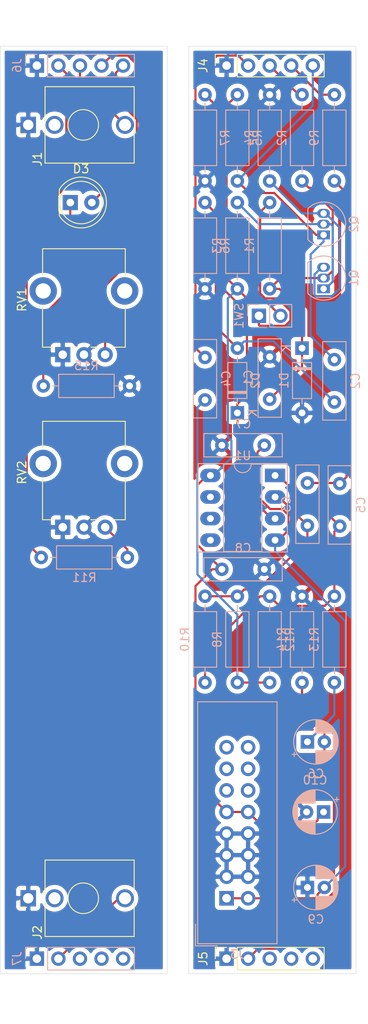
<source format=kicad_pcb>
(kicad_pcb (version 20171130) (host pcbnew "(5.1.2)-2")
  (layers (0 F.Cu signal) (31 B.Cu signal) (34 B.Paste user) (35 F.Paste user) (36 B.SilkS user) (37 F.SilkS user) (38 B.Mask user) (39 F.Mask user) (44 Edge.Cuts user))
  (net 0 "")
  (net 1 "Net-(C1-Pad2)")
  (net 2 GND)
  (net 3 "Net-(C2-Pad1)")
  (net 4 "Net-(C3-Pad2)")
  (net 5 "Net-(C3-Pad1)")
  (net 6 "Net-(C4-Pad1)")
  (net 7 "Net-(C5-Pad1)")
  (net 8 "Net-(C6-Pad1)")
  (net 9 -12V)
  (net 10 +12V)
  (net 11 "Net-(D2-Pad1)")
  (net 12 "Net-(J3-Pad16)")
  (net 13 "Net-(J3-Pad15)")
  (net 14 "Net-(J3-Pad14)")
  (net 15 "Net-(J3-Pad13)")
  (net 16 "Net-(J3-Pad12)")
  (net 17 "Net-(J3-Pad11)")
  (net 18 "Net-(Q1-Pad1)")
  (net 19 "Net-(Q1-Pad3)")
  (net 20 "Net-(R1-Pad1)")
  (net 21 "Net-(R11-Pad2)")
  (net 22 "Net-(U1-Pad7)")
  (net 23 "Net-(U1-Pad6)")
  (net 24 "Net-(U1-Pad5)")
  (net 25 "Net-(J5-Pad5)")
  (net 26 "Net-(J5-Pad4)")
  (net 27 "Net-(J5-Pad3)")
  (net 28 "Net-(J7-Pad5)")
  (net 29 "Net-(J7-Pad4)")
  (net 30 "Net-(J7-Pad3)")
  (net 31 /GND_PCB_B)
  (net 32 /OUT_PCB_A)
  (net 33 /IN_PCB_B)
  (net 34 /OUT_PCB_B)
  (net 35 /IN_PCB_A)
  (net 36 /DECAY_PCB_A)
  (net 37 /DECAY_PCB_B)
  (net 38 /FREQ_PCB_A)
  (net 39 /FREQ_PCB_B)
  (net 40 "Net-(D3-Pad1)")
  (net 41 /LED_PCB_A)
  (net 42 /LED_PCB_B)
  (module Resistor_THT:R_Axial_DIN0207_L6.3mm_D2.5mm_P10.16mm_Horizontal (layer B.Cu) (at 59.69 59.055 180)
    (fp_text reference R15 (at 5.08 2.37) (layer B.SilkS) (effects (justify mirror)))
    (fp_text value 1k)
    (pad 2 thru_hole oval (at 10.16 0 180) (size 1.6 1.6) (drill 0.8) (layers *.Cu *.Mask) (net 40 "Net-(D3-Pad1)"))
    (pad 1 thru_hole circle (at 0 0 180) (size 1.6 1.6) (drill 0.8) (layers *.Cu *.Mask) (net 31 /GND_PCB_B))
  )
  (module LED_THT:LED_D5.0mm (layer F.Cu) (at 52.705 37.465)
    (fp_text reference D3 (at 1.27 -3.96) (layer F.SilkS))
    (fp_text value LED)
    (pad 2 thru_hole circle (at 2.54 0) (size 1.8 1.8) (drill 0.9) (layers *.Cu *.Mask) (net 42 /LED_PCB_B))
    (pad 1 thru_hole rect (at 0 0) (size 1.8 1.8) (drill 0.9) (layers *.Cu *.Mask) (net 40 "Net-(D3-Pad1)"))
  )
  (module Capacitor_THT:C_Disc_D9.0mm_W2.5mm_P5.00mm (layer B.Cu) (at 76.2 55.626 270)
    (fp_text reference C1 (at 2.5 2.5 90) (layer B.SilkS) (effects (justify mirror)))
    (fp_text value "100nf to 1uf")
    (pad 2 thru_hole circle (at 5 0 270) (size 1.6 1.6) (drill 0.8) (layers *.Cu *.Mask) (net 1 "Net-(C1-Pad2)"))
    (pad 1 thru_hole circle (at 0 0 270) (size 1.6 1.6) (drill 0.8) (layers *.Cu *.Mask) (net 2 GND))
  )
  (module Connector_PinHeader_2.54mm:PinHeader_1x05_P2.54mm_Vertical (layer B.Cu) (at 48.768 126.492 270)
    (fp_text reference J7 (at 0 2.33 90) (layer B.SilkS) (effects (justify mirror)))
    (fp_text value Conn_01x05_Male)
    (pad 5 thru_hole oval (at 0 -10.16 270) (size 1.7 1.7) (drill 1) (layers *.Cu *.Mask) (net 28 "Net-(J7-Pad5)"))
    (pad 4 thru_hole oval (at 0 -7.62 270) (size 1.7 1.7) (drill 1) (layers *.Cu *.Mask) (net 29 "Net-(J7-Pad4)"))
    (pad 3 thru_hole oval (at 0 -5.08 270) (size 1.7 1.7) (drill 1) (layers *.Cu *.Mask) (net 30 "Net-(J7-Pad3)"))
    (pad 2 thru_hole oval (at 0 -2.54 270) (size 1.7 1.7) (drill 1) (layers *.Cu *.Mask) (net 34 /OUT_PCB_B))
    (pad 1 thru_hole rect (at 0 0 270) (size 1.7 1.7) (drill 1) (layers *.Cu *.Mask) (net 31 /GND_PCB_B))
  )
  (module Connector_PinHeader_2.54mm:PinHeader_1x05_P2.54mm_Vertical (layer B.Cu) (at 48.768 21.336 270)
    (fp_text reference J6 (at 0 2.33 270) (layer B.SilkS) (effects (justify mirror)))
    (fp_text value Conn_01x05_Male)
    (pad 5 thru_hole oval (at 0 -10.16 270) (size 1.7 1.7) (drill 1) (layers *.Cu *.Mask) (net 42 /LED_PCB_B))
    (pad 4 thru_hole oval (at 0 -7.62 270) (size 1.7 1.7) (drill 1) (layers *.Cu *.Mask) (net 39 /FREQ_PCB_B))
    (pad 3 thru_hole oval (at 0 -5.08 270) (size 1.7 1.7) (drill 1) (layers *.Cu *.Mask) (net 33 /IN_PCB_B))
    (pad 2 thru_hole oval (at 0 -2.54 270) (size 1.7 1.7) (drill 1) (layers *.Cu *.Mask) (net 37 /DECAY_PCB_B))
    (pad 1 thru_hole rect (at 0 0 270) (size 1.7 1.7) (drill 1) (layers *.Cu *.Mask) (net 31 /GND_PCB_B))
  )
  (module Connector_PinSocket_2.54mm:PinSocket_1x05_P2.54mm_Vertical (layer F.Cu) (at 71.12 126.492 90)
    (fp_text reference J5 (at 0 -2.77 90) (layer F.SilkS))
    (fp_text value Conn_01x05_Female)
    (pad 5 thru_hole oval (at 0 10.16 90) (size 1.7 1.7) (drill 1) (layers *.Cu *.Mask) (net 25 "Net-(J5-Pad5)"))
    (pad 4 thru_hole oval (at 0 7.62 90) (size 1.7 1.7) (drill 1) (layers *.Cu *.Mask) (net 26 "Net-(J5-Pad4)"))
    (pad 3 thru_hole oval (at 0 5.08 90) (size 1.7 1.7) (drill 1) (layers *.Cu *.Mask) (net 27 "Net-(J5-Pad3)"))
    (pad 2 thru_hole oval (at 0 2.54 90) (size 1.7 1.7) (drill 1) (layers *.Cu *.Mask) (net 32 /OUT_PCB_A))
    (pad 1 thru_hole rect (at 0 0 90) (size 1.7 1.7) (drill 1) (layers *.Cu *.Mask) (net 2 GND))
  )
  (module Connector_PinSocket_2.54mm:PinSocket_1x05_P2.54mm_Vertical (layer F.Cu) (at 71.12 21.336 90)
    (fp_text reference J4 (at 0 -2.77 -90) (layer F.SilkS))
    (fp_text value Conn_01x05_Female)
    (pad 5 thru_hole oval (at 0 10.16 90) (size 1.7 1.7) (drill 1) (layers *.Cu *.Mask) (net 41 /LED_PCB_A))
    (pad 4 thru_hole oval (at 0 7.62 90) (size 1.7 1.7) (drill 1) (layers *.Cu *.Mask) (net 38 /FREQ_PCB_A))
    (pad 3 thru_hole oval (at 0 5.08 90) (size 1.7 1.7) (drill 1) (layers *.Cu *.Mask) (net 35 /IN_PCB_A))
    (pad 2 thru_hole oval (at 0 2.54 90) (size 1.7 1.7) (drill 1) (layers *.Cu *.Mask) (net 36 /DECAY_PCB_A))
    (pad 1 thru_hole rect (at 0 0 90) (size 1.7 1.7) (drill 1) (layers *.Cu *.Mask) (net 2 GND))
  )
  (module Package_DIP:DIP-8_W7.62mm_Socket_LongPads (layer B.Cu) (at 76.835 69.596 180)
    (fp_text reference U1 (at 3.81 2.33) (layer B.SilkS) (effects (justify mirror)))
    (fp_text value LM358)
    (pad 8 thru_hole oval (at 7.62 0 180) (size 2.4 1.6) (drill 0.8) (layers *.Cu *.Mask) (net 10 +12V))
    (pad 4 thru_hole oval (at 0 -7.62 180) (size 2.4 1.6) (drill 0.8) (layers *.Cu *.Mask) (net 9 -12V))
    (pad 7 thru_hole oval (at 7.62 -2.54 180) (size 2.4 1.6) (drill 0.8) (layers *.Cu *.Mask) (net 22 "Net-(U1-Pad7)"))
    (pad 3 thru_hole oval (at 0 -5.08 180) (size 2.4 1.6) (drill 0.8) (layers *.Cu *.Mask) (net 11 "Net-(D2-Pad1)"))
    (pad 6 thru_hole oval (at 7.62 -5.08 180) (size 2.4 1.6) (drill 0.8) (layers *.Cu *.Mask) (net 23 "Net-(U1-Pad6)"))
    (pad 2 thru_hole oval (at 0 -2.54 180) (size 2.4 1.6) (drill 0.8) (layers *.Cu *.Mask) (net 4 "Net-(C3-Pad2)"))
    (pad 5 thru_hole oval (at 7.62 -7.62 180) (size 2.4 1.6) (drill 0.8) (layers *.Cu *.Mask) (net 24 "Net-(U1-Pad5)"))
    (pad 1 thru_hole rect (at 0 0 180) (size 2.4 1.6) (drill 0.8) (layers *.Cu *.Mask) (net 7 "Net-(C5-Pad1)"))
  )
  (module Connector_PinHeader_2.54mm:PinHeader_1x02_P2.54mm_Vertical (layer B.Cu) (at 74.93 50.8 270)
    (fp_text reference SW1 (at 0 2.33 90) (layer B.SilkS) (effects (justify mirror)))
    (fp_text value SW_Push)
    (pad 2 thru_hole oval (at 0 -2.54 270) (size 1.7 1.7) (drill 1) (layers *.Cu *.Mask) (net 10 +12V))
    (pad 1 thru_hole rect (at 0 0 270) (size 1.7 1.7) (drill 1) (layers *.Cu *.Mask) (net 20 "Net-(R1-Pad1)"))
  )
  (module Potentiometer_THT:Potentiometer_Alpha_RD901F-40-00D_Single_Vertical_CircularHoles (layer F.Cu) (at 51.816 75.692 90)
    (fp_text reference RV2 (at 6.45 -4.8 270) (layer F.SilkS))
    (fp_text value "100k (Decay)")
    (pad "" thru_hole circle (at 7.5 -2.3 180) (size 3.24 3.24) (drill 1.8) (layers *.Cu *.Mask))
    (pad "" thru_hole circle (at 7.5 7.3 180) (size 3.24 3.24) (drill 1.8) (layers *.Cu *.Mask))
    (pad 3 thru_hole circle (at 0 5 180) (size 1.8 1.8) (drill 1) (layers *.Cu *.Mask) (net 21 "Net-(R11-Pad2)"))
    (pad 2 thru_hole circle (at 0 2.5 180) (size 1.8 1.8) (drill 1) (layers *.Cu *.Mask) (net 31 /GND_PCB_B))
    (pad 1 thru_hole rect (at 0 0 180) (size 1.8 1.8) (drill 1) (layers *.Cu *.Mask) (net 31 /GND_PCB_B))
  )
  (module Potentiometer_THT:Potentiometer_Alpha_RD901F-40-00D_Single_Vertical_CircularHoles (layer F.Cu) (at 51.816 55.372 90)
    (fp_text reference RV1 (at 6.45 -4.8 270) (layer F.SilkS))
    (fp_text value "10k (Freq)")
    (pad "" thru_hole circle (at 7.5 -2.3 180) (size 3.24 3.24) (drill 1.8) (layers *.Cu *.Mask))
    (pad "" thru_hole circle (at 7.5 7.3 180) (size 3.24 3.24) (drill 1.8) (layers *.Cu *.Mask))
    (pad 3 thru_hole circle (at 0 5 180) (size 1.8 1.8) (drill 1) (layers *.Cu *.Mask) (net 39 /FREQ_PCB_B))
    (pad 2 thru_hole circle (at 0 2.5 180) (size 1.8 1.8) (drill 1) (layers *.Cu *.Mask) (net 31 /GND_PCB_B))
    (pad 1 thru_hole rect (at 0 0 180) (size 1.8 1.8) (drill 1) (layers *.Cu *.Mask) (net 31 /GND_PCB_B))
  )
  (module Resistor_THT:R_Axial_DIN0207_L6.3mm_D2.5mm_P10.16mm_Horizontal (layer B.Cu) (at 80.01 83.82 270)
    (fp_text reference R14 (at 5.08 2.37 90) (layer B.SilkS) (effects (justify mirror)))
    (fp_text value "original 220 (4k7 or 10k)")
    (pad 2 thru_hole oval (at 10.16 0 270) (size 1.6 1.6) (drill 0.8) (layers *.Cu *.Mask) (net 32 /OUT_PCB_A))
    (pad 1 thru_hole circle (at 0 0 270) (size 1.6 1.6) (drill 0.8) (layers *.Cu *.Mask) (net 2 GND))
  )
  (module Resistor_THT:R_Axial_DIN0207_L6.3mm_D2.5mm_P10.16mm_Horizontal (layer B.Cu) (at 83.82 83.82 270)
    (fp_text reference R13 (at 5.08 2.37 90) (layer B.SilkS) (effects (justify mirror)))
    (fp_text value 4k7)
    (pad 2 thru_hole oval (at 10.16 0 270) (size 1.6 1.6) (drill 0.8) (layers *.Cu *.Mask) (net 8 "Net-(C6-Pad1)"))
    (pad 1 thru_hole circle (at 0 0 270) (size 1.6 1.6) (drill 0.8) (layers *.Cu *.Mask) (net 7 "Net-(C5-Pad1)"))
  )
  (module Resistor_THT:R_Axial_DIN0207_L6.3mm_D2.5mm_P10.16mm_Horizontal (layer B.Cu) (at 76.2 93.98 90)
    (fp_text reference R12 (at 5.08 2.37 90) (layer B.SilkS) (effects (justify mirror)))
    (fp_text value 470k)
    (pad 2 thru_hole oval (at 10.16 0 90) (size 1.6 1.6) (drill 0.8) (layers *.Cu *.Mask) (net 7 "Net-(C5-Pad1)"))
    (pad 1 thru_hole circle (at 0 0 90) (size 1.6 1.6) (drill 0.8) (layers *.Cu *.Mask) (net 6 "Net-(C4-Pad1)"))
  )
  (module Resistor_THT:R_Axial_DIN0207_L6.3mm_D2.5mm_P10.16mm_Horizontal (layer B.Cu) (at 49.276 79.248)
    (fp_text reference R11 (at 5.08 2.37) (layer B.SilkS) (effects (justify mirror)))
    (fp_text value 47k)
    (pad 2 thru_hole oval (at 10.16 0) (size 1.6 1.6) (drill 0.8) (layers *.Cu *.Mask) (net 21 "Net-(R11-Pad2)"))
    (pad 1 thru_hole circle (at 0 0) (size 1.6 1.6) (drill 0.8) (layers *.Cu *.Mask) (net 37 /DECAY_PCB_B))
  )
  (module Resistor_THT:R_Axial_DIN0207_L6.3mm_D2.5mm_P10.16mm_Horizontal (layer B.Cu) (at 68.58 83.82 270)
    (fp_text reference R10 (at 5.08 2.37 90) (layer B.SilkS) (effects (justify mirror)))
    (fp_text value 1m)
    (pad 2 thru_hole oval (at 10.16 0 270) (size 1.6 1.6) (drill 0.8) (layers *.Cu *.Mask) (net 7 "Net-(C5-Pad1)"))
    (pad 1 thru_hole circle (at 0 0 270) (size 1.6 1.6) (drill 0.8) (layers *.Cu *.Mask) (net 4 "Net-(C3-Pad2)"))
  )
  (module Resistor_THT:R_Axial_DIN0207_L6.3mm_D2.5mm_P10.16mm_Horizontal (layer B.Cu) (at 83.82 24.765 270)
    (fp_text reference R9 (at 5.08 2.37 90) (layer B.SilkS) (effects (justify mirror)))
    (fp_text value 220)
    (pad 2 thru_hole oval (at 10.16 0 270) (size 1.6 1.6) (drill 0.8) (layers *.Cu *.Mask) (net 5 "Net-(C3-Pad1)"))
    (pad 1 thru_hole circle (at 0 0 270) (size 1.6 1.6) (drill 0.8) (layers *.Cu *.Mask) (net 38 /FREQ_PCB_A))
  )
  (module Resistor_THT:R_Axial_DIN0207_L6.3mm_D2.5mm_P10.16mm_Horizontal (layer B.Cu) (at 72.39 83.82 270)
    (fp_text reference R8 (at 5.08 2.37 90) (layer B.SilkS) (effects (justify mirror)))
    (fp_text value 470k)
    (pad 2 thru_hole oval (at 10.16 0 270) (size 1.6 1.6) (drill 0.8) (layers *.Cu *.Mask) (net 6 "Net-(C4-Pad1)"))
    (pad 1 thru_hole circle (at 0 0 270) (size 1.6 1.6) (drill 0.8) (layers *.Cu *.Mask) (net 4 "Net-(C3-Pad2)"))
  )
  (module Resistor_THT:R_Axial_DIN0207_L6.3mm_D2.5mm_P10.16mm_Horizontal (layer B.Cu) (at 68.58 34.925 90)
    (fp_text reference R7 (at 5.08 2.37 90) (layer B.SilkS) (effects (justify mirror)))
    (fp_text value 10k)
    (pad 2 thru_hole oval (at 10.16 0 90) (size 1.6 1.6) (drill 0.8) (layers *.Cu *.Mask) (net 11 "Net-(D2-Pad1)"))
    (pad 1 thru_hole circle (at 0 0 90) (size 1.6 1.6) (drill 0.8) (layers *.Cu *.Mask) (net 2 GND))
  )
  (module Resistor_THT:R_Axial_DIN0207_L6.3mm_D2.5mm_P10.16mm_Horizontal (layer B.Cu) (at 68.58 47.625 90)
    (fp_text reference R6 (at 5.08 2.37 90) (layer B.SilkS) (effects (justify mirror)))
    (fp_text value 10k)
    (pad 2 thru_hole oval (at 10.16 0 90) (size 1.6 1.6) (drill 0.8) (layers *.Cu *.Mask) (net 3 "Net-(C2-Pad1)"))
    (pad 1 thru_hole circle (at 0 0 90) (size 1.6 1.6) (drill 0.8) (layers *.Cu *.Mask) (net 2 GND))
  )
  (module Resistor_THT:R_Axial_DIN0207_L6.3mm_D2.5mm_P10.16mm_Horizontal (layer B.Cu) (at 72.39 34.925 90)
    (fp_text reference R5 (at 5.08 2.37 90) (layer B.SilkS) (effects (justify mirror)))
    (fp_text value 4k7)
    (pad 2 thru_hole oval (at 10.16 0 90) (size 1.6 1.6) (drill 0.8) (layers *.Cu *.Mask) (net 10 +12V))
    (pad 1 thru_hole circle (at 0 0 90) (size 1.6 1.6) (drill 0.8) (layers *.Cu *.Mask) (net 41 /LED_PCB_A))
  )
  (module Resistor_THT:R_Axial_DIN0207_L6.3mm_D2.5mm_P10.16mm_Horizontal (layer B.Cu) (at 76.2 24.765 270)
    (fp_text reference R4 (at 5.08 2.37 90) (layer B.SilkS) (effects (justify mirror)))
    (fp_text value 220)
    (pad 2 thru_hole oval (at 10.16 0 270) (size 1.6 1.6) (drill 0.8) (layers *.Cu *.Mask) (net 19 "Net-(Q1-Pad3)"))
    (pad 1 thru_hole circle (at 0 0 270) (size 1.6 1.6) (drill 0.8) (layers *.Cu *.Mask) (net 2 GND))
  )
  (module Resistor_THT:R_Axial_DIN0207_L6.3mm_D2.5mm_P10.16mm_Horizontal (layer B.Cu) (at 72.39 37.465 270)
    (fp_text reference R3 (at 5.08 2.37 90) (layer B.SilkS) (effects (justify mirror)))
    (fp_text value 47k)
    (pad 2 thru_hole oval (at 10.16 0 270) (size 1.6 1.6) (drill 0.8) (layers *.Cu *.Mask) (net 10 +12V))
    (pad 1 thru_hole circle (at 0 0 270) (size 1.6 1.6) (drill 0.8) (layers *.Cu *.Mask) (net 18 "Net-(Q1-Pad1)"))
  )
  (module Resistor_THT:R_Axial_DIN0207_L6.3mm_D2.5mm_P10.16mm_Horizontal (layer B.Cu) (at 80.01 24.765 270)
    (fp_text reference R2 (at 5.08 2.37 270) (layer B.SilkS) (effects (justify mirror)))
    (fp_text value 100k)
    (pad 2 thru_hole oval (at 10.16 0 270) (size 1.6 1.6) (drill 0.8) (layers *.Cu *.Mask) (net 1 "Net-(C1-Pad2)"))
    (pad 1 thru_hole circle (at 0 0 270) (size 1.6 1.6) (drill 0.8) (layers *.Cu *.Mask) (net 35 /IN_PCB_A))
  )
  (module Resistor_THT:R_Axial_DIN0207_L6.3mm_D2.5mm_P10.16mm_Horizontal (layer B.Cu) (at 76.2 37.465 270)
    (fp_text reference R1 (at 5.08 2.37 90) (layer B.SilkS) (effects (justify mirror)))
    (fp_text value 100k)
    (pad 2 thru_hole oval (at 10.16 0 270) (size 1.6 1.6) (drill 0.8) (layers *.Cu *.Mask) (net 1 "Net-(C1-Pad2)"))
    (pad 1 thru_hole circle (at 0 0 270) (size 1.6 1.6) (drill 0.8) (layers *.Cu *.Mask) (net 20 "Net-(R1-Pad1)"))
  )
  (module Package_TO_SOT_THT:TO-92_Inline (layer B.Cu) (at 82.55 41.275 90)
    (fp_text reference Q2 (at 1.27 3.56 90) (layer B.SilkS) (effects (justify mirror)))
    (fp_text value BC547)
    (pad 1 thru_hole rect (at 0 0 90) (size 1.05 1.5) (drill 0.75) (layers *.Cu *.Mask) (net 41 /LED_PCB_A))
    (pad 3 thru_hole oval (at 2.54 0 90) (size 1.05 1.5) (drill 0.75) (layers *.Cu *.Mask) (net 19 "Net-(Q1-Pad3)"))
    (pad 2 thru_hole oval (at 1.27 0 90) (size 1.05 1.5) (drill 0.75) (layers *.Cu *.Mask) (net 18 "Net-(Q1-Pad1)"))
  )
  (module Package_TO_SOT_THT:TO-92_Inline (layer B.Cu) (at 82.55 47.625 90)
    (fp_text reference Q1 (at 1.27 3.56 90) (layer B.SilkS) (effects (justify mirror)))
    (fp_text value BC547)
    (pad 1 thru_hole rect (at 0 0 90) (size 1.05 1.5) (drill 0.75) (layers *.Cu *.Mask) (net 18 "Net-(Q1-Pad1)"))
    (pad 3 thru_hole oval (at 2.54 0 90) (size 1.05 1.5) (drill 0.75) (layers *.Cu *.Mask) (net 19 "Net-(Q1-Pad3)"))
    (pad 2 thru_hole oval (at 1.27 0 90) (size 1.05 1.5) (drill 0.75) (layers *.Cu *.Mask) (net 1 "Net-(C1-Pad2)"))
  )
  (module Connector_IDC:IDC-Header_2x08_P2.54mm_Vertical (layer B.Cu) (at 71.12 119.38)
    (fp_text reference J3 (at 1.27 6.604) (layer B.SilkS) (effects (justify mirror)))
    (fp_text value Conn_02x08_Odd_Even)
    (pad 16 thru_hole oval (at 2.54 -17.78) (size 1.7272 1.7272) (drill 1.016) (layers *.Cu *.Mask) (net 12 "Net-(J3-Pad16)"))
    (pad 15 thru_hole oval (at 0 -17.78) (size 1.7272 1.7272) (drill 1.016) (layers *.Cu *.Mask) (net 13 "Net-(J3-Pad15)"))
    (pad 14 thru_hole oval (at 2.54 -15.24) (size 1.7272 1.7272) (drill 1.016) (layers *.Cu *.Mask) (net 14 "Net-(J3-Pad14)"))
    (pad 13 thru_hole oval (at 0 -15.24) (size 1.7272 1.7272) (drill 1.016) (layers *.Cu *.Mask) (net 15 "Net-(J3-Pad13)"))
    (pad 12 thru_hole oval (at 2.54 -12.7) (size 1.7272 1.7272) (drill 1.016) (layers *.Cu *.Mask) (net 16 "Net-(J3-Pad12)"))
    (pad 11 thru_hole oval (at 0 -12.7) (size 1.7272 1.7272) (drill 1.016) (layers *.Cu *.Mask) (net 17 "Net-(J3-Pad11)"))
    (pad 10 thru_hole oval (at 2.54 -10.16) (size 1.7272 1.7272) (drill 1.016) (layers *.Cu *.Mask) (net 10 +12V))
    (pad 9 thru_hole oval (at 0 -10.16) (size 1.7272 1.7272) (drill 1.016) (layers *.Cu *.Mask) (net 10 +12V))
    (pad 8 thru_hole oval (at 2.54 -7.62) (size 1.7272 1.7272) (drill 1.016) (layers *.Cu *.Mask) (net 2 GND))
    (pad 7 thru_hole oval (at 0 -7.62) (size 1.7272 1.7272) (drill 1.016) (layers *.Cu *.Mask) (net 2 GND))
    (pad 6 thru_hole oval (at 2.54 -5.08) (size 1.7272 1.7272) (drill 1.016) (layers *.Cu *.Mask) (net 2 GND))
    (pad 5 thru_hole oval (at 0 -5.08) (size 1.7272 1.7272) (drill 1.016) (layers *.Cu *.Mask) (net 2 GND))
    (pad 4 thru_hole oval (at 2.54 -2.54) (size 1.7272 1.7272) (drill 1.016) (layers *.Cu *.Mask) (net 2 GND))
    (pad 3 thru_hole oval (at 0 -2.54) (size 1.7272 1.7272) (drill 1.016) (layers *.Cu *.Mask) (net 2 GND))
    (pad 2 thru_hole oval (at 2.54 0) (size 1.7272 1.7272) (drill 1.016) (layers *.Cu *.Mask) (net 9 -12V))
    (pad 1 thru_hole rect (at 0 0) (size 1.7272 1.7272) (drill 1.016) (layers *.Cu *.Mask) (net 9 -12V))
  )
  (module Connector_Audio:Jack_3.5mm_QingPu_WQP-PJ398SM_Vertical_CircularHoles (layer F.Cu) (at 47.752 119.38 90)
    (fp_text reference J2 (at -4.03 1.08 270) (layer F.SilkS))
    (fp_text value Out)
    (pad T thru_hole circle (at 0 11.4 270) (size 2.13 2.13) (drill 1.43) (layers *.Cu *.Mask) (net 34 /OUT_PCB_B))
    (pad S thru_hole rect (at 0 0 270) (size 1.93 1.83) (drill 1.22) (layers *.Cu *.Mask) (net 31 /GND_PCB_B))
    (pad TN thru_hole circle (at 0 3.1 270) (size 2.13 2.13) (drill 1.42) (layers *.Cu *.Mask))
  )
  (module Connector_Audio:Jack_3.5mm_QingPu_WQP-PJ398SM_Vertical_CircularHoles (layer F.Cu) (at 47.752 28.321 90)
    (fp_text reference J1 (at -4.03 1.08 270) (layer F.SilkS))
    (fp_text value Trigger)
    (pad T thru_hole circle (at 0 11.4 270) (size 2.13 2.13) (drill 1.43) (layers *.Cu *.Mask) (net 33 /IN_PCB_B))
    (pad S thru_hole rect (at 0 0 270) (size 1.93 1.83) (drill 1.22) (layers *.Cu *.Mask) (net 31 /GND_PCB_B))
    (pad TN thru_hole circle (at 0 3.1 270) (size 2.13 2.13) (drill 1.42) (layers *.Cu *.Mask))
  )
  (module Diode_THT:D_DO-35_SOD27_P7.62mm_Horizontal (layer B.Cu) (at 72.39 62.23 90)
    (fp_text reference D2 (at 3.81 2.12 90) (layer B.SilkS) (effects (justify mirror)))
    (fp_text value 1N4148)
    (fp_text user K (at 0 1.8 90) (layer B.SilkS) (effects (justify mirror)))
    (pad 2 thru_hole oval (at 7.62 0 90) (size 1.6 1.6) (drill 0.8) (layers *.Cu *.Mask) (net 3 "Net-(C2-Pad1)"))
    (pad 1 thru_hole rect (at 0 0 90) (size 1.6 1.6) (drill 0.8) (layers *.Cu *.Mask) (net 11 "Net-(D2-Pad1)"))
  )
  (module Diode_THT:D_DO-35_SOD27_P7.62mm_Horizontal (layer B.Cu) (at 80.01 54.61 270)
    (fp_text reference D1 (at 3.81 2.12 90) (layer B.SilkS) (effects (justify mirror)))
    (fp_text value 1N4148)
    (fp_text user K (at 0 1.8 90) (layer B.SilkS) (effects (justify mirror)))
    (pad 2 thru_hole oval (at 7.62 0 270) (size 1.6 1.6) (drill 0.8) (layers *.Cu *.Mask) (net 2 GND))
    (pad 1 thru_hole rect (at 0 0 270) (size 1.6 1.6) (drill 0.8) (layers *.Cu *.Mask) (net 1 "Net-(C1-Pad2)"))
  )
  (module Capacitor_THT:CP_Radial_D5.0mm_P2.00mm (layer B.Cu) (at 82.55 109.22 180)
    (fp_text reference C10 (at 1 3.75) (layer B.SilkS) (effects (justify mirror)))
    (fp_text value 10uf)
    (pad 2 thru_hole circle (at 2 0 180) (size 1.6 1.6) (drill 0.8) (layers *.Cu *.Mask) (net 2 GND))
    (pad 1 thru_hole rect (at 0 0 180) (size 1.6 1.6) (drill 0.8) (layers *.Cu *.Mask) (net 10 +12V))
  )
  (module Capacitor_THT:CP_Radial_D5.0mm_P2.00mm (layer B.Cu) (at 80.645 118.11)
    (fp_text reference C9 (at 1 3.75) (layer B.SilkS) (effects (justify mirror)))
    (fp_text value 10uf)
    (pad 2 thru_hole circle (at 2 0) (size 1.6 1.6) (drill 0.8) (layers *.Cu *.Mask) (net 9 -12V))
    (pad 1 thru_hole rect (at 0 0) (size 1.6 1.6) (drill 0.8) (layers *.Cu *.Mask) (net 2 GND))
  )
  (module Capacitor_THT:C_Disc_D9.0mm_W2.5mm_P5.00mm (layer B.Cu) (at 75.565 80.645 180)
    (fp_text reference C8 (at 2.5 2.5) (layer B.SilkS) (effects (justify mirror)))
    (fp_text value 100nf)
    (pad 2 thru_hole circle (at 5 0 180) (size 1.6 1.6) (drill 0.8) (layers *.Cu *.Mask) (net 10 +12V))
    (pad 1 thru_hole circle (at 0 0 180) (size 1.6 1.6) (drill 0.8) (layers *.Cu *.Mask) (net 2 GND))
  )
  (module Capacitor_THT:C_Disc_D9.0mm_W2.5mm_P5.00mm (layer B.Cu) (at 75.565 66.04 180)
    (fp_text reference C7 (at 2.5 2.5) (layer B.SilkS) (effects (justify mirror)))
    (fp_text value 100nf)
    (pad 2 thru_hole circle (at 5 0 180) (size 1.6 1.6) (drill 0.8) (layers *.Cu *.Mask) (net 2 GND))
    (pad 1 thru_hole circle (at 0 0 180) (size 1.6 1.6) (drill 0.8) (layers *.Cu *.Mask) (net 9 -12V))
  )
  (module Capacitor_THT:CP_Radial_D5.0mm_P2.00mm (layer B.Cu) (at 80.645 100.965)
    (fp_text reference C6 (at 1 3.75) (layer B.SilkS) (effects (justify mirror)))
    (fp_text value "10uf - 100uf")
    (pad 2 thru_hole circle (at 2 0) (size 1.6 1.6) (drill 0.8) (layers *.Cu *.Mask) (net 32 /OUT_PCB_A))
    (pad 1 thru_hole rect (at 0 0) (size 1.6 1.6) (drill 0.8) (layers *.Cu *.Mask) (net 8 "Net-(C6-Pad1)"))
  )
  (module Capacitor_THT:C_Disc_D9.0mm_W2.5mm_P5.00mm (layer B.Cu) (at 84.455 75.565 90)
    (fp_text reference C5 (at 2.5 2.5 90) (layer B.SilkS) (effects (justify mirror)))
    (fp_text value 100nf)
    (pad 2 thru_hole circle (at 5 0 90) (size 1.6 1.6) (drill 0.8) (layers *.Cu *.Mask) (net 5 "Net-(C3-Pad1)"))
    (pad 1 thru_hole circle (at 0 0 90) (size 1.6 1.6) (drill 0.8) (layers *.Cu *.Mask) (net 7 "Net-(C5-Pad1)"))
  )
  (module Capacitor_THT:C_Disc_D9.0mm_W2.5mm_P5.00mm (layer B.Cu) (at 68.58 60.706 90)
    (fp_text reference C4 (at 2.5 2.5 90) (layer B.SilkS) (effects (justify mirror)))
    (fp_text value 100nf)
    (pad 2 thru_hole circle (at 5 0 90) (size 1.6 1.6) (drill 0.8) (layers *.Cu *.Mask) (net 36 /DECAY_PCB_A))
    (pad 1 thru_hole circle (at 0 0 90) (size 1.6 1.6) (drill 0.8) (layers *.Cu *.Mask) (net 6 "Net-(C4-Pad1)"))
  )
  (module Capacitor_THT:C_Disc_D9.0mm_W2.5mm_P5.00mm (layer B.Cu) (at 80.645 70.485 270)
    (fp_text reference C3 (at 2.5 2.5 90) (layer B.SilkS) (effects (justify mirror)))
    (fp_text value 100nf)
    (pad 2 thru_hole circle (at 5 0 270) (size 1.6 1.6) (drill 0.8) (layers *.Cu *.Mask) (net 4 "Net-(C3-Pad2)"))
    (pad 1 thru_hole circle (at 0 0 270) (size 1.6 1.6) (drill 0.8) (layers *.Cu *.Mask) (net 5 "Net-(C3-Pad1)"))
  )
  (module Capacitor_THT:C_Disc_D9.0mm_W2.5mm_P5.00mm (layer B.Cu) (at 83.82 60.96 90)
    (fp_text reference C2 (at 2.5 2.5 90) (layer B.SilkS) (effects (justify mirror)))
    (fp_text value 100nf)
    (pad 2 thru_hole circle (at 5 0 90) (size 1.6 1.6) (drill 0.8) (layers *.Cu *.Mask) (net 41 /LED_PCB_A))
    (pad 1 thru_hole circle (at 0 0 90) (size 1.6 1.6) (drill 0.8) (layers *.Cu *.Mask) (net 3 "Net-(C2-Pad1)"))
  )
  (gr_line (start 86.36 19.05) (end 66.675 19.05) (layer Edge.Cuts) (width 0.05))
  (gr_line (start 86.36 128.27) (end 86.36 19.05) (layer Edge.Cuts) (width 0.05))
  (gr_line (start 66.675 128.27) (end 86.36 128.27) (layer Edge.Cuts) (width 0.05))
  (gr_line (start 66.675 19.05) (end 66.675 128.27) (layer Edge.Cuts) (width 0.05))
  (gr_line (start 64.135 19.05) (end 44.45 19.05) (layer Edge.Cuts) (width 0.05))
  (gr_line (start 64.135 128.27) (end 64.135 19.05) (layer Edge.Cuts) (width 0.05))
  (gr_line (start 44.45 128.27) (end 64.135 128.27) (layer Edge.Cuts) (width 0.05))
  (gr_line (start 44.45 19.05) (end 44.45 128.27) (layer Edge.Cuts) (width 0.05))
  (segment (start 77.47 46.355) (end 82.55 46.355) (width 0.25) (layer F.Cu) (net 1))
  (segment (start 76.2 47.625) (end 77.47 46.355) (width 0.25) (layer F.Cu) (net 1))
  (segment (start 80.01 56.816) (end 76.2 60.626) (width 0.25) (layer F.Cu) (net 1))
  (segment (start 80.01 54.61) (end 80.01 56.816) (width 0.25) (layer F.Cu) (net 1))
  (segment (start 80.809999 35.724999) (end 80.01 34.925) (width 0.25) (layer F.Cu) (net 1))
  (segment (start 80.967094 35.724999) (end 80.809999 35.724999) (width 0.25) (layer F.Cu) (net 1))
  (segment (start 83.62501 38.382915) (end 80.967094 35.724999) (width 0.25) (layer F.Cu) (net 1))
  (segment (start 83.62501 45.50499) (end 83.62501 38.382915) (width 0.25) (layer F.Cu) (net 1))
  (segment (start 82.775 46.355) (end 83.62501 45.50499) (width 0.25) (layer F.Cu) (net 1))
  (segment (start 82.55 46.355) (end 82.775 46.355) (width 0.25) (layer F.Cu) (net 1))
  (segment (start 80.01 50.30363) (end 77.33137 47.625) (width 0.25) (layer F.Cu) (net 1))
  (segment (start 80.01 54.61) (end 80.01 50.30363) (width 0.25) (layer F.Cu) (net 1))
  (segment (start 77.33137 47.625) (end 76.2 47.625) (width 0.25) (layer F.Cu) (net 1))
  (segment (start 69.379999 38.264999) (end 68.58 37.465) (width 0.25) (layer F.Cu) (net 3))
  (segment (start 69.85 38.735) (end 69.379999 38.264999) (width 0.25) (layer F.Cu) (net 3))
  (segment (start 69.85 52.07) (end 69.85 38.735) (width 0.25) (layer F.Cu) (net 3))
  (segment (start 72.39 54.61) (end 69.85 52.07) (width 0.25) (layer F.Cu) (net 3))
  (segment (start 83.020001 60.160001) (end 83.82 60.96) (width 0.25) (layer B.Cu) (net 3))
  (segment (start 76.670001 53.810001) (end 83.020001 60.160001) (width 0.25) (layer B.Cu) (net 3))
  (segment (start 73.189999 53.810001) (end 76.670001 53.810001) (width 0.25) (layer B.Cu) (net 3))
  (segment (start 72.39 54.61) (end 73.189999 53.810001) (width 0.25) (layer B.Cu) (net 3))
  (segment (start 68.58 83.82) (end 72.39 83.82) (width 0.25) (layer F.Cu) (net 4))
  (segment (start 80.645 76.61637) (end 80.645 75.485) (width 0.25) (layer F.Cu) (net 4))
  (segment (start 80.645 77.230002) (end 80.645 76.61637) (width 0.25) (layer F.Cu) (net 4))
  (segment (start 74.855001 83.020001) (end 80.645 77.230002) (width 0.25) (layer F.Cu) (net 4))
  (segment (start 73.189999 83.020001) (end 74.855001 83.020001) (width 0.25) (layer F.Cu) (net 4))
  (segment (start 72.39 83.82) (end 73.189999 83.020001) (width 0.25) (layer F.Cu) (net 4))
  (segment (start 77.296 72.136) (end 76.835 72.136) (width 0.25) (layer F.Cu) (net 4))
  (segment (start 80.645 75.485) (end 77.296 72.136) (width 0.25) (layer F.Cu) (net 4))
  (segment (start 84.375 70.485) (end 84.455 70.565) (width 0.25) (layer F.Cu) (net 5))
  (segment (start 80.645 70.485) (end 84.375 70.485) (width 0.25) (layer F.Cu) (net 5))
  (segment (start 84.619999 35.724999) (end 83.82 34.925) (width 0.25) (layer F.Cu) (net 5))
  (segment (start 85.254999 36.359999) (end 84.619999 35.724999) (width 0.25) (layer F.Cu) (net 5))
  (segment (start 85.254999 69.765001) (end 85.254999 36.359999) (width 0.25) (layer F.Cu) (net 5))
  (segment (start 84.455 70.565) (end 85.254999 69.765001) (width 0.25) (layer F.Cu) (net 5))
  (segment (start 75.06863 93.98) (end 72.39 93.98) (width 0.25) (layer F.Cu) (net 6))
  (segment (start 76.2 93.98) (end 75.06863 93.98) (width 0.25) (layer F.Cu) (net 6))
  (segment (start 67.780001 61.505999) (end 68.58 60.706) (width 0.25) (layer B.Cu) (net 6))
  (segment (start 67.68999 61.59601) (end 67.780001 61.505999) (width 0.25) (layer B.Cu) (net 6))
  (segment (start 67.68999 81.264988) (end 67.68999 61.59601) (width 0.25) (layer B.Cu) (net 6))
  (segment (start 72.39 85.964998) (end 67.68999 81.264988) (width 0.25) (layer B.Cu) (net 6))
  (segment (start 72.39 93.98) (end 72.39 85.964998) (width 0.25) (layer B.Cu) (net 6))
  (segment (start 76.999999 84.619999) (end 76.2 83.82) (width 0.25) (layer F.Cu) (net 7))
  (segment (start 77.325001 84.945001) (end 76.999999 84.619999) (width 0.25) (layer F.Cu) (net 7))
  (segment (start 82.694999 84.945001) (end 77.325001 84.945001) (width 0.25) (layer F.Cu) (net 7))
  (segment (start 83.82 83.82) (end 82.694999 84.945001) (width 0.25) (layer F.Cu) (net 7))
  (segment (start 68.58 92.84863) (end 68.58 93.98) (width 0.25) (layer F.Cu) (net 7))
  (segment (start 68.58 90.30863) (end 68.58 92.84863) (width 0.25) (layer F.Cu) (net 7))
  (segment (start 75.06863 83.82) (end 68.58 90.30863) (width 0.25) (layer F.Cu) (net 7))
  (segment (start 76.2 83.82) (end 75.06863 83.82) (width 0.25) (layer F.Cu) (net 7))
  (segment (start 83.82 76.2) (end 84.455 75.565) (width 0.25) (layer F.Cu) (net 7))
  (segment (start 83.82 83.82) (end 83.82 76.2) (width 0.25) (layer F.Cu) (net 7))
  (segment (start 77.235 69.596) (end 76.835 69.596) (width 0.25) (layer F.Cu) (net 7))
  (segment (start 82.078999 74.439999) (end 77.235 69.596) (width 0.25) (layer F.Cu) (net 7))
  (segment (start 83.329999 74.439999) (end 82.078999 74.439999) (width 0.25) (layer F.Cu) (net 7))
  (segment (start 84.455 75.565) (end 83.329999 74.439999) (width 0.25) (layer F.Cu) (net 7))
  (segment (start 83.82 97.79) (end 80.645 100.965) (width 0.25) (layer B.Cu) (net 8))
  (segment (start 83.82 93.98) (end 83.82 97.79) (width 0.25) (layer B.Cu) (net 8))
  (segment (start 74.881314 119.38) (end 73.66 119.38) (width 0.25) (layer F.Cu) (net 9))
  (segment (start 81.560002 119.38) (end 74.881314 119.38) (width 0.25) (layer F.Cu) (net 9))
  (segment (start 81.845001 119.095001) (end 81.560002 119.38) (width 0.25) (layer F.Cu) (net 9))
  (segment (start 81.845001 118.909999) (end 81.845001 119.095001) (width 0.25) (layer F.Cu) (net 9))
  (segment (start 82.645 118.11) (end 81.845001 118.909999) (width 0.25) (layer F.Cu) (net 9))
  (segment (start 72.438686 119.38) (end 71.12 119.38) (width 0.25) (layer F.Cu) (net 9))
  (segment (start 73.66 119.38) (end 72.438686 119.38) (width 0.25) (layer F.Cu) (net 9))
  (segment (start 74.765001 66.839999) (end 75.565 66.04) (width 0.25) (layer F.Cu) (net 9))
  (segment (start 74.765001 72.057005) (end 74.765001 66.839999) (width 0.25) (layer F.Cu) (net 9))
  (segment (start 76.258986 73.55099) (end 74.765001 72.057005) (width 0.25) (layer F.Cu) (net 9))
  (segment (start 77.700994 73.55099) (end 76.258986 73.55099) (width 0.25) (layer F.Cu) (net 9))
  (segment (start 78.36001 74.210006) (end 77.700994 73.55099) (width 0.25) (layer F.Cu) (net 9))
  (segment (start 78.36001 76.09099) (end 78.36001 74.210006) (width 0.25) (layer F.Cu) (net 9))
  (segment (start 77.235 77.216) (end 78.36001 76.09099) (width 0.25) (layer F.Cu) (net 9))
  (segment (start 76.835 77.216) (end 77.235 77.216) (width 0.25) (layer F.Cu) (net 9))
  (segment (start 76.835 78.266) (end 76.835 77.216) (width 0.25) (layer B.Cu) (net 9))
  (segment (start 76.835 78.500002) (end 76.835 78.266) (width 0.25) (layer B.Cu) (net 9))
  (segment (start 85.09 86.755002) (end 76.835 78.500002) (width 0.25) (layer B.Cu) (net 9))
  (segment (start 85.09 115.665) (end 85.09 86.755002) (width 0.25) (layer B.Cu) (net 9))
  (segment (start 82.645 118.11) (end 85.09 115.665) (width 0.25) (layer B.Cu) (net 9))
  (segment (start 71.590001 25.564999) (end 72.39 24.765) (width 0.25) (layer F.Cu) (net 10))
  (segment (start 71.12 26.035) (end 71.590001 25.564999) (width 0.25) (layer F.Cu) (net 10))
  (segment (start 71.12 46.355) (end 71.12 26.035) (width 0.25) (layer F.Cu) (net 10))
  (segment (start 72.39 47.625) (end 71.12 46.355) (width 0.25) (layer F.Cu) (net 10))
  (segment (start 71.12 109.22) (end 73.66 109.22) (width 0.25) (layer F.Cu) (net 10))
  (segment (start 81.845001 110.019999) (end 82.645 109.22) (width 0.25) (layer F.Cu) (net 10))
  (segment (start 81.845001 110.205001) (end 81.845001 110.019999) (width 0.25) (layer F.Cu) (net 10))
  (segment (start 81.705001 110.345001) (end 81.845001 110.205001) (width 0.25) (layer F.Cu) (net 10))
  (segment (start 74.785001 110.345001) (end 81.705001 110.345001) (width 0.25) (layer F.Cu) (net 10))
  (segment (start 73.66 109.22) (end 74.785001 110.345001) (width 0.25) (layer F.Cu) (net 10))
  (segment (start 69.43363 80.645) (end 70.565 80.645) (width 0.25) (layer F.Cu) (net 10))
  (segment (start 67.454999 82.623631) (end 69.43363 80.645) (width 0.25) (layer F.Cu) (net 10))
  (segment (start 71.12 109.22) (end 67.454999 105.554999) (width 0.25) (layer F.Cu) (net 10))
  (segment (start 67.454999 105.554999) (end 67.454999 82.623631) (width 0.25) (layer F.Cu) (net 10))
  (segment (start 68.815 69.596) (end 69.215 69.596) (width 0.25) (layer F.Cu) (net 10))
  (segment (start 67.68999 70.72101) (end 68.815 69.596) (width 0.25) (layer F.Cu) (net 10))
  (segment (start 67.68999 77.76999) (end 67.68999 70.72101) (width 0.25) (layer F.Cu) (net 10))
  (segment (start 70.565 80.645) (end 67.68999 77.76999) (width 0.25) (layer F.Cu) (net 10))
  (segment (start 73.189999 48.424999) (end 72.39 47.625) (width 0.25) (layer F.Cu) (net 10))
  (segment (start 75.870012 49.200012) (end 73.965012 49.200012) (width 0.25) (layer F.Cu) (net 10))
  (segment (start 77.47 50.8) (end 75.870012 49.200012) (width 0.25) (layer F.Cu) (net 10))
  (segment (start 73.965012 49.200012) (end 73.189999 48.424999) (width 0.25) (layer F.Cu) (net 10))
  (segment (start 71.590001 48.424999) (end 72.39 47.625) (width 0.25) (layer B.Cu) (net 10))
  (segment (start 71.264999 65.074997) (end 71.264999 48.750001) (width 0.25) (layer B.Cu) (net 10))
  (segment (start 71.690001 65.499999) (end 71.264999 65.074997) (width 0.25) (layer B.Cu) (net 10))
  (segment (start 71.690001 67.520999) (end 71.690001 65.499999) (width 0.25) (layer B.Cu) (net 10))
  (segment (start 71.264999 48.750001) (end 71.590001 48.424999) (width 0.25) (layer B.Cu) (net 10))
  (segment (start 69.615 69.596) (end 71.690001 67.520999) (width 0.25) (layer B.Cu) (net 10))
  (segment (start 69.215 69.596) (end 69.615 69.596) (width 0.25) (layer B.Cu) (net 10))
  (segment (start 76.435 74.676) (end 76.835 74.676) (width 0.25) (layer F.Cu) (net 11))
  (segment (start 72.39 70.631) (end 76.435 74.676) (width 0.25) (layer F.Cu) (net 11))
  (segment (start 72.39 62.23) (end 72.39 70.631) (width 0.25) (layer F.Cu) (net 11))
  (segment (start 70.66999 26.85499) (end 69.379999 25.564999) (width 0.25) (layer F.Cu) (net 11))
  (segment (start 69.379999 25.564999) (end 68.58 24.765) (width 0.25) (layer F.Cu) (net 11))
  (segment (start 70.66999 47.569992) (end 70.66999 26.85499) (width 0.25) (layer F.Cu) (net 11))
  (segment (start 73.515001 50.415003) (end 70.66999 47.569992) (width 0.25) (layer F.Cu) (net 11))
  (segment (start 73.515001 60.054999) (end 73.515001 50.415003) (width 0.25) (layer F.Cu) (net 11))
  (segment (start 72.39 61.18) (end 73.515001 60.054999) (width 0.25) (layer F.Cu) (net 11))
  (segment (start 72.39 62.23) (end 72.39 61.18) (width 0.25) (layer F.Cu) (net 11))
  (segment (start 74.93 40.005) (end 82.55 40.005) (width 0.25) (layer B.Cu) (net 18))
  (segment (start 72.39 37.465) (end 74.93 40.005) (width 0.25) (layer B.Cu) (net 18))
  (segment (start 83.62501 40.22142) (end 83.62501 46.77499) (width 0.25) (layer B.Cu) (net 18))
  (segment (start 82.775 47.625) (end 82.55 47.625) (width 0.25) (layer B.Cu) (net 18))
  (segment (start 83.62501 46.77499) (end 82.775 47.625) (width 0.25) (layer B.Cu) (net 18))
  (segment (start 83.40859 40.005) (end 83.62501 40.22142) (width 0.25) (layer B.Cu) (net 18))
  (segment (start 82.55 40.005) (end 83.40859 40.005) (width 0.25) (layer B.Cu) (net 18))
  (segment (start 80.01 38.735) (end 76.2 34.925) (width 0.25) (layer B.Cu) (net 19))
  (segment (start 82.55 38.735) (end 80.01 38.735) (width 0.25) (layer B.Cu) (net 19))
  (segment (start 83.560001 48.475001) (end 84.455 47.580002) (width 0.25) (layer B.Cu) (net 19))
  (segment (start 81.47499 45.93501) (end 81.47499 48.409992) (width 0.25) (layer B.Cu) (net 19))
  (segment (start 81.539999 48.475001) (end 83.560001 48.475001) (width 0.25) (layer B.Cu) (net 19))
  (segment (start 82.325 45.085) (end 81.47499 45.93501) (width 0.25) (layer B.Cu) (net 19))
  (segment (start 82.55 45.085) (end 82.325 45.085) (width 0.25) (layer B.Cu) (net 19))
  (segment (start 81.47499 48.409992) (end 81.539999 48.475001) (width 0.25) (layer B.Cu) (net 19))
  (segment (start 82.775 38.735) (end 82.55 38.735) (width 0.25) (layer B.Cu) (net 19))
  (segment (start 84.455 40.415) (end 82.775 38.735) (width 0.25) (layer B.Cu) (net 19))
  (segment (start 84.455 47.580002) (end 84.455 40.415) (width 0.25) (layer B.Cu) (net 19))
  (segment (start 75.074999 48.165001) (end 75.074999 38.590001) (width 0.25) (layer F.Cu) (net 20))
  (segment (start 75.659999 48.750001) (end 75.074999 48.165001) (width 0.25) (layer F.Cu) (net 20))
  (segment (start 77.159003 48.750001) (end 75.659999 48.750001) (width 0.25) (layer F.Cu) (net 20))
  (segment (start 78.645001 50.235999) (end 77.159003 48.750001) (width 0.25) (layer F.Cu) (net 20))
  (segment (start 78.645001 51.364001) (end 78.645001 50.235999) (width 0.25) (layer F.Cu) (net 20))
  (segment (start 78.034001 51.975001) (end 78.645001 51.364001) (width 0.25) (layer F.Cu) (net 20))
  (segment (start 75.074999 38.590001) (end 75.400001 38.264999) (width 0.25) (layer F.Cu) (net 20))
  (segment (start 75.005001 51.975001) (end 78.034001 51.975001) (width 0.25) (layer F.Cu) (net 20))
  (segment (start 74.93 51.9) (end 75.005001 51.975001) (width 0.25) (layer F.Cu) (net 20))
  (segment (start 74.93 50.8) (end 74.93 51.9) (width 0.25) (layer F.Cu) (net 20))
  (segment (start 75.400001 38.264999) (end 76.2 37.465) (width 0.25) (layer F.Cu) (net 20))
  (segment (start 59.436 78.312) (end 59.436 79.248) (width 0.25) (layer F.Cu) (net 21))
  (segment (start 56.816 75.692) (end 59.436 78.312) (width 0.25) (layer F.Cu) (net 21))
  (segment (start 74.509999 125.642001) (end 73.66 126.492) (width 0.25) (layer F.Cu) (net 32))
  (segment (start 74.835001 125.316999) (end 74.509999 125.642001) (width 0.25) (layer F.Cu) (net 32))
  (segment (start 77.103003 125.316999) (end 74.835001 125.316999) (width 0.25) (layer F.Cu) (net 32))
  (segment (start 83.770001 118.650001) (end 77.103003 125.316999) (width 0.25) (layer F.Cu) (net 32))
  (segment (start 83.770001 103.221371) (end 83.770001 118.650001) (width 0.25) (layer F.Cu) (net 32))
  (segment (start 82.645 102.09637) (end 83.770001 103.221371) (width 0.25) (layer F.Cu) (net 32))
  (segment (start 82.645 100.965) (end 82.645 102.09637) (width 0.25) (layer F.Cu) (net 32))
  (segment (start 80.01 97.19863) (end 80.01 94.43001) (width 0.25) (layer F.Cu) (net 32))
  (segment (start 82.645 100.965) (end 82.645 99.83363) (width 0.25) (layer F.Cu) (net 32))
  (segment (start 82.645 99.83363) (end 80.01 97.19863) (width 0.25) (layer F.Cu) (net 32))
  (segment (start 53.848 23.017) (end 59.152 28.321) (width 0.25) (layer F.Cu) (net 33))
  (segment (start 53.848 21.336) (end 53.848 23.017) (width 0.25) (layer F.Cu) (net 33))
  (segment (start 58.42 119.38) (end 59.152 119.38) (width 0.25) (layer F.Cu) (net 34))
  (segment (start 51.308 126.492) (end 58.42 119.38) (width 0.25) (layer F.Cu) (net 34))
  (segment (start 79.629 24.765) (end 80.01 24.765) (width 0.25) (layer F.Cu) (net 35))
  (segment (start 76.2 21.336) (end 79.629 24.765) (width 0.25) (layer F.Cu) (net 35))
  (segment (start 72.810001 20.486001) (end 73.66 21.336) (width 0.25) (layer F.Cu) (net 36))
  (segment (start 72.484999 20.160999) (end 72.810001 20.486001) (width 0.25) (layer F.Cu) (net 36))
  (segment (start 70.009999 20.160999) (end 72.484999 20.160999) (width 0.25) (layer F.Cu) (net 36))
  (segment (start 67.454999 22.715999) (end 70.009999 20.160999) (width 0.25) (layer F.Cu) (net 36))
  (segment (start 67.454999 54.580999) (end 67.454999 22.715999) (width 0.25) (layer F.Cu) (net 36))
  (segment (start 68.58 55.706) (end 67.454999 54.580999) (width 0.25) (layer F.Cu) (net 36))
  (segment (start 48.476001 78.448001) (end 49.276 79.248) (width 0.25) (layer F.Cu) (net 37))
  (segment (start 47.570999 77.542999) (end 48.476001 78.448001) (width 0.25) (layer F.Cu) (net 37))
  (segment (start 47.570999 40.213999) (end 47.570999 77.542999) (width 0.25) (layer F.Cu) (net 37))
  (segment (start 52.242001 35.542997) (end 47.570999 40.213999) (width 0.25) (layer F.Cu) (net 37))
  (segment (start 52.242001 22.270001) (end 52.242001 35.542997) (width 0.25) (layer F.Cu) (net 37))
  (segment (start 51.308 21.336) (end 52.242001 22.270001) (width 0.25) (layer F.Cu) (net 37))
  (segment (start 82.169 24.765) (end 83.82 24.765) (width 0.25) (layer F.Cu) (net 38))
  (segment (start 78.74 21.336) (end 82.169 24.765) (width 0.25) (layer F.Cu) (net 38))
  (segment (start 60.542001 21.210999) (end 60.542001 27.017389) (width 0.25) (layer F.Cu) (net 39))
  (segment (start 60.542001 27.017389) (end 60.992012 27.467399) (width 0.25) (layer F.Cu) (net 39))
  (segment (start 56.816 54.099208) (end 56.816 55.372) (width 0.25) (layer F.Cu) (net 39))
  (segment (start 56.816 47.293398) (end 56.816 54.099208) (width 0.25) (layer F.Cu) (net 39))
  (segment (start 59.492001 20.160999) (end 60.542001 21.210999) (width 0.25) (layer F.Cu) (net 39))
  (segment (start 57.563001 20.160999) (end 59.492001 20.160999) (width 0.25) (layer F.Cu) (net 39))
  (segment (start 60.542001 43.567397) (end 56.816 47.293398) (width 0.25) (layer F.Cu) (net 39))
  (segment (start 60.992012 32.354399) (end 60.542001 32.804409) (width 0.25) (layer F.Cu) (net 39))
  (segment (start 60.542001 32.804409) (end 60.542001 43.567397) (width 0.25) (layer F.Cu) (net 39))
  (segment (start 56.388 21.336) (end 57.563001 20.160999) (width 0.25) (layer F.Cu) (net 39))
  (segment (start 60.992012 27.467399) (end 60.992012 32.354399) (width 0.25) (layer F.Cu) (net 39))
  (segment (start 52.705 38.615) (end 52.705 37.465) (width 0.25) (layer F.Cu) (net 40))
  (segment (start 52.705 47.561602) (end 52.705 38.615) (width 0.25) (layer F.Cu) (net 40))
  (segment (start 49.53 50.736602) (end 52.705 47.561602) (width 0.25) (layer F.Cu) (net 40))
  (segment (start 49.53 59.055) (end 49.53 50.736602) (width 0.25) (layer F.Cu) (net 40))
  (segment (start 81.675002 41.275) (end 82.55 41.275) (width 0.25) (layer F.Cu) (net 41))
  (segment (start 76.740001 36.339999) (end 81.675002 41.275) (width 0.25) (layer F.Cu) (net 41))
  (segment (start 72.39 34.925) (end 73.804999 36.339999) (width 0.25) (layer F.Cu) (net 41))
  (segment (start 73.804999 36.339999) (end 76.740001 36.339999) (width 0.25) (layer F.Cu) (net 41))
  (segment (start 82.55 42.05) (end 82.55 41.275) (width 0.25) (layer B.Cu) (net 41))
  (segment (start 83.82 55.96) (end 81.024988 53.164988) (width 0.25) (layer B.Cu) (net 41))
  (segment (start 81.024988 43.575012) (end 82.55 42.05) (width 0.25) (layer B.Cu) (net 41))
  (segment (start 81.024988 53.164988) (end 81.024988 43.575012) (width 0.25) (layer B.Cu) (net 41))
  (segment (start 81.28 26.035) (end 72.39 34.925) (width 0.25) (layer B.Cu) (net 41))
  (segment (start 81.28 21.336) (end 81.28 26.035) (width 0.25) (layer B.Cu) (net 41))
  (segment (start 56.144999 36.565001) (end 55.245 37.465) (width 0.25) (layer F.Cu) (net 42))
  (segment (start 60.542001 27.653799) (end 60.542001 32.167999) (width 0.25) (layer F.Cu) (net 42))
  (segment (start 58.078001 25.189799) (end 60.542001 27.653799) (width 0.25) (layer F.Cu) (net 42))
  (segment (start 58.078001 22.185999) (end 58.078001 25.189799) (width 0.25) (layer F.Cu) (net 42))
  (segment (start 58.928 21.336) (end 58.078001 22.185999) (width 0.25) (layer F.Cu) (net 42))
  (segment (start 60.542001 32.167999) (end 56.144999 36.565001) (width 0.25) (layer F.Cu) (net 42))
  (zone (net 2) (net_name GND) (layer F.Cu) (connect_pads (clearance 0.508)) (min_thickness 0.254) (fill yes (arc_segments 32) (thermal_gap 0.508) (thermal_bridge_width 0.508))
    (polygon (pts (xy 66.675 128.27) (xy 86.36 128.27) (xy 86.36 19.05) (xy 66.675 19.05)))
  )
  (zone (net 31) (net_name /GND_PCB_B) (layer F.Cu) (connect_pads (clearance 0.508)) (min_thickness 0.254) (fill yes (arc_segments 32) (thermal_gap 0.508) (thermal_bridge_width 0.508))
    (polygon (pts (xy 64.135 128.27) (xy 44.45 128.27) (xy 44.45 19.05) (xy 64.135 19.05)))
  )
  (zone (net 2) (net_name GND) (layer B.Cu) (connect_pads (clearance 0.508)) (min_thickness 0.254) (fill yes (arc_segments 32) (thermal_gap 0.508) (thermal_bridge_width 0.508))
    (polygon (pts (xy 66.675 128.27) (xy 86.36 128.27) (xy 86.36 19.05) (xy 66.675 19.05)))
  )
  (zone (net 31) (net_name /GND_PCB_B) (layer B.Cu) (connect_pads (clearance 0.508)) (min_thickness 0.254) (fill yes (arc_segments 32) (thermal_gap 0.508) (thermal_bridge_width 0.508))
    (polygon (pts (xy 64.135 19.05) (xy 64.135 128.27) (xy 44.45 128.27) (xy 44.45 19.05)))
  )
)
</source>
